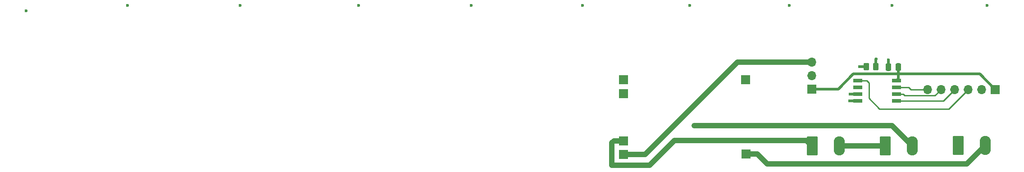
<source format=gbr>
%TF.GenerationSoftware,KiCad,Pcbnew,8.0.6*%
%TF.CreationDate,2024-10-20T14:16:11-03:00*%
%TF.ProjectId,light-box-neopixels,6c696768-742d-4626-9f78-2d6e656f7069,rev?*%
%TF.SameCoordinates,Original*%
%TF.FileFunction,Copper,L1,Top*%
%TF.FilePolarity,Positive*%
%FSLAX46Y46*%
G04 Gerber Fmt 4.6, Leading zero omitted, Abs format (unit mm)*
G04 Created by KiCad (PCBNEW 8.0.6) date 2024-10-20 14:16:11*
%MOMM*%
%LPD*%
G01*
G04 APERTURE LIST*
G04 Aperture macros list*
%AMRoundRect*
0 Rectangle with rounded corners*
0 $1 Rounding radius*
0 $2 $3 $4 $5 $6 $7 $8 $9 X,Y pos of 4 corners*
0 Add a 4 corners polygon primitive as box body*
4,1,4,$2,$3,$4,$5,$6,$7,$8,$9,$2,$3,0*
0 Add four circle primitives for the rounded corners*
1,1,$1+$1,$2,$3*
1,1,$1+$1,$4,$5*
1,1,$1+$1,$6,$7*
1,1,$1+$1,$8,$9*
0 Add four rect primitives between the rounded corners*
20,1,$1+$1,$2,$3,$4,$5,0*
20,1,$1+$1,$4,$5,$6,$7,0*
20,1,$1+$1,$6,$7,$8,$9,0*
20,1,$1+$1,$8,$9,$2,$3,0*%
G04 Aperture macros list end*
%TA.AperFunction,ComponentPad*%
%ADD10R,1.700000X1.700000*%
%TD*%
%TA.AperFunction,SMDPad,CuDef*%
%ADD11RoundRect,0.250000X-0.262500X-0.450000X0.262500X-0.450000X0.262500X0.450000X-0.262500X0.450000X0*%
%TD*%
%TA.AperFunction,ComponentPad*%
%ADD12O,1.700000X1.700000*%
%TD*%
%TA.AperFunction,ComponentPad*%
%ADD13RoundRect,0.249999X-0.790001X-1.550001X0.790001X-1.550001X0.790001X1.550001X-0.790001X1.550001X0*%
%TD*%
%TA.AperFunction,ComponentPad*%
%ADD14O,2.080000X3.600000*%
%TD*%
%TA.AperFunction,SMDPad,CuDef*%
%ADD15RoundRect,0.250000X0.250000X0.475000X-0.250000X0.475000X-0.250000X-0.475000X0.250000X-0.475000X0*%
%TD*%
%TA.AperFunction,SMDPad,CuDef*%
%ADD16R,1.700000X0.650000*%
%TD*%
%TA.AperFunction,ViaPad*%
%ADD17C,0.600000*%
%TD*%
%TA.AperFunction,Conductor*%
%ADD18C,0.500000*%
%TD*%
%TA.AperFunction,Conductor*%
%ADD19C,0.250000*%
%TD*%
%TA.AperFunction,Conductor*%
%ADD20C,1.000000*%
%TD*%
G04 APERTURE END LIST*
D10*
%TO.P,J11,1,Pin_1*%
%TO.N,Net-(J1-Pin_1)*%
X212750000Y-110850000D03*
%TD*%
%TO.P,J10,1,Pin_1*%
%TO.N,Net-(J1-Pin_2)*%
X212800000Y-124850000D03*
%TD*%
%TO.P,J9,1,Pin_1*%
%TO.N,Batt-*%
X189750000Y-113475000D03*
%TD*%
%TO.P,J8,1,Pin_1*%
%TO.N,Net-(J3-Pin_1)*%
X189800000Y-122350000D03*
%TD*%
%TO.P,J7,1,Pin_1*%
%TO.N,GND*%
X189750000Y-110900000D03*
%TD*%
%TO.P,J6,1,Pin_1*%
%TO.N,VCC-batt*%
X189800000Y-124900000D03*
%TD*%
D11*
%TO.P,R1,1*%
%TO.N,WS2812b*%
X235400000Y-108450000D03*
%TO.P,R1,2*%
%TO.N,Net-(D1-DIN)*%
X237225000Y-108450000D03*
%TD*%
D10*
%TO.P,J5,1,Pin_1*%
%TO.N,5V*%
X259640000Y-112700000D03*
D12*
%TO.P,J5,2,Pin_2*%
%TO.N,GND*%
X257100000Y-112700000D03*
%TO.P,J5,3,Pin_3*%
%TO.N,Reset*%
X254560000Y-112700000D03*
%TO.P,J5,4,Pin_4*%
%TO.N,D11*%
X252020000Y-112700000D03*
%TO.P,J5,5,Pin_5*%
%TO.N,D12*%
X249480000Y-112700000D03*
%TO.P,J5,6,Pin_6*%
%TO.N,D13*%
X246940000Y-112700000D03*
%TD*%
D10*
%TO.P,J4,1,Pin_1*%
%TO.N,5V*%
X225200000Y-112650000D03*
D12*
%TO.P,J4,2,Pin_2*%
%TO.N,GND*%
X225200000Y-110110000D03*
%TO.P,J4,3,Pin_3*%
%TO.N,VCC-batt*%
X225200000Y-107570000D03*
%TD*%
D13*
%TO.P,J3,1,Pin_1*%
%TO.N,Net-(J3-Pin_1)*%
X225220000Y-123350000D03*
D14*
%TO.P,J3,2,Pin_2*%
%TO.N,Net-(J2-Pin_1)*%
X230300000Y-123350000D03*
%TD*%
D13*
%TO.P,J2,1,Pin_1*%
%TO.N,Net-(J2-Pin_1)*%
X238960000Y-123322500D03*
D14*
%TO.P,J2,2,Pin_2*%
%TO.N,Batt-*%
X244040000Y-123322500D03*
%TD*%
D13*
%TO.P,J1,1,Pin_1*%
%TO.N,Net-(J1-Pin_1)*%
X252660000Y-123272500D03*
D14*
%TO.P,J1,2,Pin_2*%
%TO.N,Net-(J1-Pin_2)*%
X257740000Y-123272500D03*
%TD*%
D15*
%TO.P,C1,1*%
%TO.N,5V*%
X241450000Y-108500000D03*
%TO.P,C1,2*%
%TO.N,GND*%
X239550000Y-108500000D03*
%TD*%
D16*
%TO.P,U1,1,~{RESET}/PB5*%
%TO.N,Reset*%
X233800000Y-111040000D03*
%TO.P,U1,2,XTAL1/PB3*%
%TO.N,unconnected-(U1-XTAL1{slash}PB3-Pad2)*%
X233800000Y-112310000D03*
%TO.P,U1,3,XTAL2/PB4*%
%TO.N,WS2812b*%
X233800000Y-113580000D03*
%TO.P,U1,4,GND*%
%TO.N,GND*%
X233800000Y-114850000D03*
%TO.P,U1,5,AREF/PB0*%
%TO.N,D11*%
X241100000Y-114850000D03*
%TO.P,U1,6,PB1*%
%TO.N,D12*%
X241100000Y-113580000D03*
%TO.P,U1,7,PB2*%
%TO.N,D13*%
X241100000Y-112310000D03*
%TO.P,U1,8,VCC*%
%TO.N,5V*%
X241100000Y-111040000D03*
%TD*%
D17*
%TO.N,GND*%
X77475000Y-97925000D03*
X96550000Y-96900000D03*
X117700000Y-96900000D03*
X139950000Y-96900000D03*
X161150000Y-96900000D03*
X182050000Y-96900000D03*
X202250000Y-96900000D03*
X220950000Y-96900000D03*
X240250000Y-96900000D03*
X258100000Y-96900000D03*
%TO.N,WS2812b*%
X234150000Y-108450000D03*
X232350000Y-113550000D03*
%TO.N,Net-(D1-DIN)*%
X237250000Y-106950000D03*
%TO.N,GND*%
X239550000Y-107150000D03*
%TO.N,Batt-*%
X204450000Y-119550000D03*
X203750000Y-119550000D03*
X203100000Y-119550000D03*
%TO.N,GND*%
X232300000Y-114850000D03*
%TD*%
D18*
%TO.N,WS2812b*%
X235400000Y-108450000D02*
X234150000Y-108450000D01*
X233800000Y-113580000D02*
X232600000Y-113580000D01*
X232380000Y-113580000D02*
X232350000Y-113550000D01*
%TO.N,Net-(D1-DIN)*%
X237225000Y-106975000D02*
X237250000Y-106950000D01*
X237225000Y-108450000D02*
X237225000Y-106975000D01*
%TO.N,GND*%
X239550000Y-108500000D02*
X239550000Y-107150000D01*
D19*
%TO.N,Reset*%
X235490000Y-111040000D02*
X233800000Y-111040000D01*
X235900000Y-111450000D02*
X235490000Y-111040000D01*
X237900000Y-116350000D02*
X235900000Y-114350000D01*
X250910000Y-116350000D02*
X237900000Y-116350000D01*
X235900000Y-114350000D02*
X235900000Y-111450000D01*
X254560000Y-112700000D02*
X250910000Y-116350000D01*
%TO.N,D11*%
X249870000Y-114850000D02*
X241100000Y-114850000D01*
X252020000Y-112700000D02*
X249870000Y-114850000D01*
%TO.N,D12*%
X242330000Y-113580000D02*
X241100000Y-113580000D01*
X242625000Y-113875000D02*
X242330000Y-113580000D01*
X248305000Y-113875000D02*
X242625000Y-113875000D01*
X249480000Y-112700000D02*
X248305000Y-113875000D01*
%TO.N,D13*%
X243160000Y-112310000D02*
X241100000Y-112310000D01*
X243200000Y-112350000D02*
X243160000Y-112310000D01*
X243400000Y-112350000D02*
X243200000Y-112350000D01*
X243750000Y-112700000D02*
X243400000Y-112350000D01*
X246940000Y-112700000D02*
X243750000Y-112700000D01*
D20*
%TO.N,Batt-*%
X204450000Y-119550000D02*
X203750000Y-119550000D01*
X203750000Y-119550000D02*
X203100000Y-119550000D01*
X240267500Y-119550000D02*
X204450000Y-119550000D01*
X244040000Y-123322500D02*
X240267500Y-119550000D01*
%TO.N,Net-(J2-Pin_1)*%
X230327500Y-123322500D02*
X230300000Y-123350000D01*
X238960000Y-123322500D02*
X230327500Y-123322500D01*
%TO.N,Net-(J3-Pin_1)*%
X187950000Y-122350000D02*
X189800000Y-122350000D01*
X187550128Y-126951776D02*
X187550128Y-122749872D01*
X194693610Y-126956390D02*
X187550128Y-126951776D01*
X199340000Y-122310000D02*
X194693610Y-126956390D01*
X224180000Y-122310000D02*
X199340000Y-122310000D01*
X225220000Y-123350000D02*
X224180000Y-122310000D01*
X187550128Y-122749872D02*
X187950000Y-122350000D01*
D18*
%TO.N,GND*%
X233800000Y-114850000D02*
X232300000Y-114850000D01*
%TO.N,5V*%
X230115000Y-112650000D02*
X225200000Y-112650000D01*
X232965000Y-109800000D02*
X230115000Y-112650000D01*
X241450000Y-109800000D02*
X232965000Y-109800000D01*
X259640000Y-112700000D02*
X256740000Y-109800000D01*
X256740000Y-109800000D02*
X241450000Y-109800000D01*
X241450000Y-109800000D02*
X241450000Y-110690000D01*
X241450000Y-108500000D02*
X241450000Y-109800000D01*
X241450000Y-110690000D02*
X241100000Y-111040000D01*
D20*
%TO.N,VCC-batt*%
X193800000Y-124950000D02*
X193750000Y-124900000D01*
X193750000Y-124900000D02*
X189800000Y-124900000D01*
X211180000Y-107570000D02*
X193800000Y-124950000D01*
X225200000Y-107570000D02*
X211180000Y-107570000D01*
%TO.N,Net-(J1-Pin_2)*%
X214950000Y-124850000D02*
X212800000Y-124850000D01*
X254312500Y-126700000D02*
X216800000Y-126700000D01*
X257740000Y-123272500D02*
X254312500Y-126700000D01*
X216800000Y-126700000D02*
X214950000Y-124850000D01*
%TD*%
M02*

</source>
